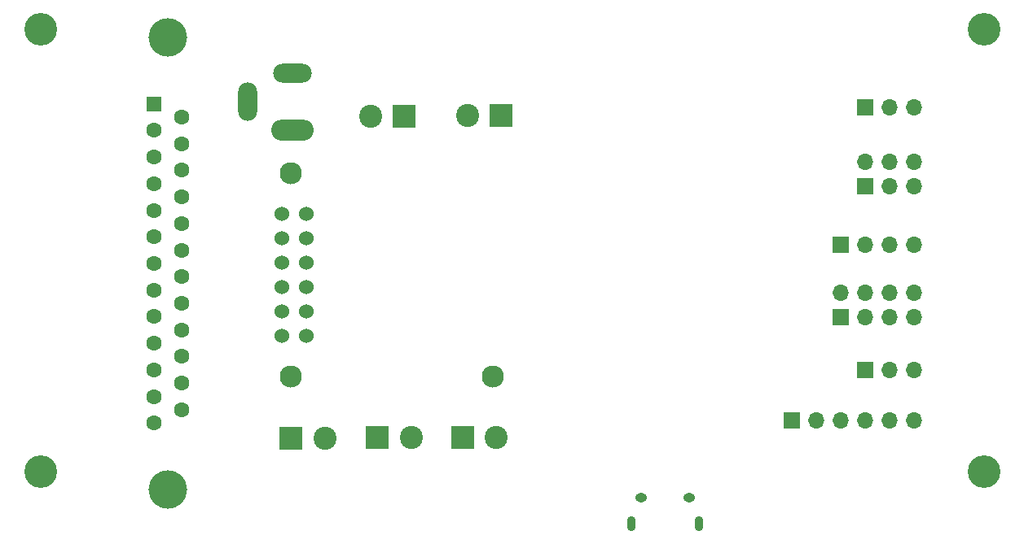
<source format=gbr>
%TF.GenerationSoftware,KiCad,Pcbnew,(6.0.0-0)*%
%TF.CreationDate,2022-09-25T22:14:05-04:00*%
%TF.ProjectId,Dome_Controller,446f6d65-5f43-46f6-9e74-726f6c6c6572,rev?*%
%TF.SameCoordinates,Original*%
%TF.FileFunction,Soldermask,Bot*%
%TF.FilePolarity,Negative*%
%FSLAX46Y46*%
G04 Gerber Fmt 4.6, Leading zero omitted, Abs format (unit mm)*
G04 Created by KiCad (PCBNEW (6.0.0-0)) date 2022-09-25 22:14:05*
%MOMM*%
%LPD*%
G01*
G04 APERTURE LIST*
%ADD10R,1.600000X1.600000*%
%ADD11C,1.600000*%
%ADD12C,4.000000*%
%ADD13O,2.000000X4.000000*%
%ADD14O,4.000000X2.000000*%
%ADD15O,4.400000X2.200000*%
%ADD16O,1.700000X1.700000*%
%ADD17R,1.700000X1.700000*%
%ADD18R,2.400000X2.400000*%
%ADD19C,2.400000*%
%ADD20O,0.890000X1.550000*%
%ADD21O,1.250000X0.950000*%
%ADD22C,3.400000*%
%ADD23C,1.524000*%
%ADD24C,2.300000*%
G04 APERTURE END LIST*
D10*
%TO.C,J13*%
X61790000Y-64740000D03*
D11*
X61790000Y-67510000D03*
X61790000Y-70280000D03*
X61790000Y-73050000D03*
X61790000Y-75820000D03*
X61790000Y-78590000D03*
X61790000Y-81360000D03*
X61790000Y-84130000D03*
X61790000Y-86900000D03*
X61790000Y-89670000D03*
X61790000Y-92440000D03*
X61790000Y-95210000D03*
X61790000Y-97980000D03*
X64630000Y-66125000D03*
X64630000Y-68895000D03*
X64630000Y-71665000D03*
X64630000Y-74435000D03*
X64630000Y-77205000D03*
X64630000Y-79975000D03*
X64630000Y-82745000D03*
X64630000Y-85515000D03*
X64630000Y-88285000D03*
X64630000Y-91055000D03*
X64630000Y-93825000D03*
X64630000Y-96595000D03*
D12*
X63210000Y-104910000D03*
X63210000Y-57810000D03*
%TD*%
D13*
%TO.C,J14*%
X71485000Y-64515000D03*
D14*
X76185000Y-61515000D03*
D15*
X76185000Y-67515000D03*
%TD*%
D16*
%TO.C,J12*%
X140760000Y-79395000D03*
X138220000Y-79395000D03*
X135680000Y-79395000D03*
D17*
X133140000Y-79395000D03*
%TD*%
D16*
%TO.C,J11*%
X140730000Y-84415000D03*
X140730000Y-86955000D03*
X138190000Y-84415000D03*
X138190000Y-86955000D03*
X135650000Y-84415000D03*
X135650000Y-86955000D03*
X133110000Y-84415000D03*
D17*
X133110000Y-86955000D03*
%TD*%
D18*
%TO.C,J5*%
X87780000Y-66000000D03*
D19*
X84280000Y-66000000D03*
%TD*%
%TO.C,J8*%
X88480000Y-99510000D03*
D18*
X84980000Y-99510000D03*
%TD*%
D20*
%TO.C,J1*%
X118400000Y-108450000D03*
D21*
X117400000Y-105750000D03*
X112400000Y-105750000D03*
D20*
X111400000Y-108450000D03*
%TD*%
D18*
%TO.C,J9*%
X93850000Y-99510000D03*
D19*
X97350000Y-99510000D03*
%TD*%
D22*
%TO.C,REF\u002A\u002A*%
X50000000Y-57000000D03*
%TD*%
D16*
%TO.C,J3*%
X140770000Y-70800000D03*
X140770000Y-73340000D03*
X138230000Y-70800000D03*
X138230000Y-73340000D03*
X135690000Y-70800000D03*
D17*
X135690000Y-73340000D03*
%TD*%
D22*
%TO.C,REF\u002A\u002A*%
X50000000Y-103000000D03*
%TD*%
D17*
%TO.C,J2*%
X128040000Y-97700000D03*
D16*
X130580000Y-97700000D03*
X133120000Y-97700000D03*
X135660000Y-97700000D03*
X138200000Y-97700000D03*
X140740000Y-97700000D03*
%TD*%
D22*
%TO.C,REF\u002A\u002A*%
X148000000Y-103000000D03*
%TD*%
D16*
%TO.C,J4*%
X140770000Y-92450000D03*
X138230000Y-92450000D03*
D17*
X135690000Y-92450000D03*
%TD*%
D22*
%TO.C,REF\u002A\u002A*%
X148000000Y-57000000D03*
%TD*%
D16*
%TO.C,J10*%
X140770000Y-65070000D03*
X138230000Y-65070000D03*
D17*
X135690000Y-65070000D03*
%TD*%
D19*
%TO.C,J7*%
X79520000Y-99590000D03*
D18*
X76020000Y-99590000D03*
%TD*%
D23*
%TO.C,U6*%
X75035000Y-76185000D03*
X75035000Y-78725000D03*
X75035000Y-81265000D03*
X75035000Y-83805000D03*
X75035000Y-86345000D03*
X75035000Y-88885000D03*
X77575000Y-88885000D03*
X77575000Y-86345000D03*
X77575000Y-83805000D03*
X77575000Y-81265000D03*
X77575000Y-78725000D03*
X77575000Y-76185000D03*
D24*
X75965000Y-71935000D03*
X75965000Y-93135000D03*
X96965000Y-93135000D03*
%TD*%
D18*
%TO.C,J6*%
X97850000Y-65930000D03*
D19*
X94350000Y-65930000D03*
%TD*%
M02*

</source>
